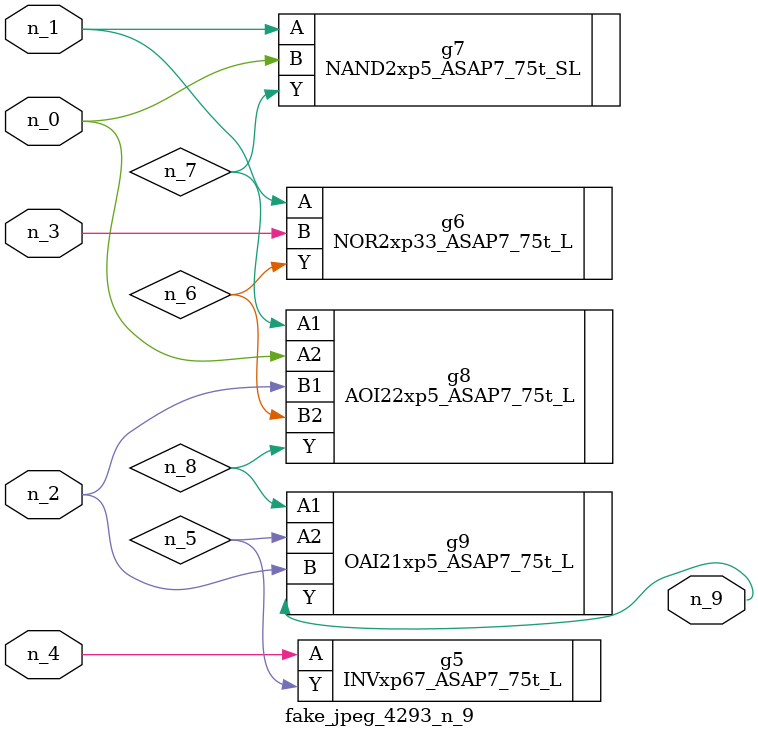
<source format=v>
module fake_jpeg_4293_n_9 (n_3, n_2, n_1, n_0, n_4, n_9);

input n_3;
input n_2;
input n_1;
input n_0;
input n_4;

output n_9;

wire n_8;
wire n_6;
wire n_5;
wire n_7;

INVxp67_ASAP7_75t_L g5 ( 
.A(n_4),
.Y(n_5)
);

NOR2xp33_ASAP7_75t_L g6 ( 
.A(n_1),
.B(n_3),
.Y(n_6)
);

NAND2xp5_ASAP7_75t_SL g7 ( 
.A(n_1),
.B(n_0),
.Y(n_7)
);

AOI22xp5_ASAP7_75t_L g8 ( 
.A1(n_7),
.A2(n_0),
.B1(n_2),
.B2(n_6),
.Y(n_8)
);

OAI21xp5_ASAP7_75t_L g9 ( 
.A1(n_8),
.A2(n_5),
.B(n_2),
.Y(n_9)
);


endmodule
</source>
